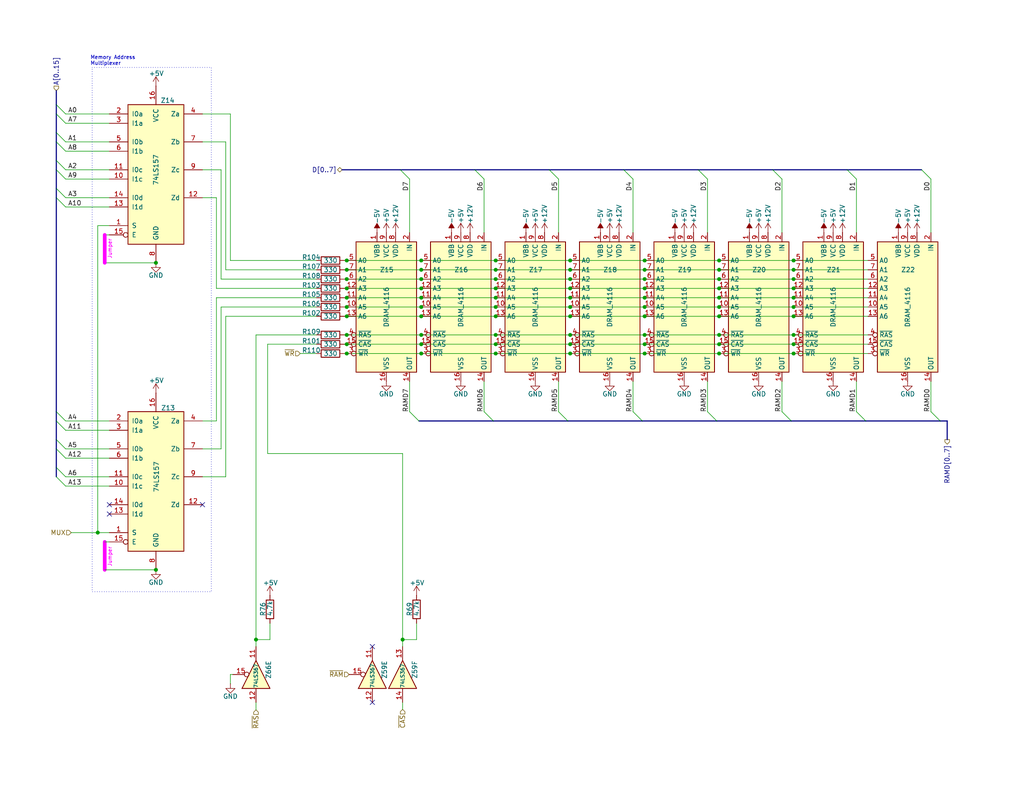
<source format=kicad_sch>
(kicad_sch (version 20250114) (generator "eeschema") (generator_version "9.0")
  (paper "USLetter")
  (title_block (title "TRS-80 Model I Rev HE11E011520") (date "2025-06-14") (rev "E1A") (company "RetroStack - Marcel Erz") (comment 2 "DRAM multiplexing & DRAM") (comment 4 "RAM"))
  (lib_symbols
    (symbol "74xx:74LS157" (pin_names (offset 1.016))
      (property "Reference" "U" (at -7.62 19.05 0))
      (property "Value" "74LS157" (at -7.62 -21.59 0))
      (symbol "74LS157_1_0"
        (pin input line (at -12.7 15.24 0) (length 5.08) (name "I0a") (number "2"))
        (pin input line (at -12.7 12.7 0) (length 5.08) (name "I1a") (number "3"))
        (pin input line (at -12.7 7.62 0) (length 5.08) (name "I0b") (number "5"))
        (pin input line (at -12.7 5.08 0) (length 5.08) (name "I1b") (number "6"))
        (pin input line (at -12.7 0 0) (length 5.08) (name "I0c") (number "11"))
        (pin input line (at -12.7 -2.54 0) (length 5.08) (name "I1c") (number "10"))
        (pin input line (at -12.7 -7.62 0) (length 5.08) (name "I0d") (number "14"))
        (pin input line (at -12.7 -10.16 0) (length 5.08) (name "I1d") (number "13"))
        (pin input line (at -12.7 -15.24 0) (length 5.08) (name "S") (number "1"))
        (pin input inverted (at -12.7 -17.78 0) (length 5.08) (name "E") (number "15"))
        (pin power_in line (at 0 22.86 270) (length 5.08) (name "VCC") (number "16"))
        (pin power_in line (at 0 -25.4 90) (length 5.08) (name "GND") (number "8"))
        (pin output line (at 12.7 15.24 180) (length 5.08) (name "Za") (number "4"))
        (pin output line (at 12.7 7.62 180) (length 5.08) (name "Zb") (number "7"))
        (pin output line (at 12.7 0 180) (length 5.08) (name "Zc") (number "9"))
        (pin output line (at 12.7 -7.62 180) (length 5.08) (name "Zd") (number "12"))
      )
      (symbol "74LS157_1_1"
        (rectangle (start -7.62 17.78) (end 7.62 -20.32) (stroke (width 0.254)) (fill (type background)))
      )
    )
    (symbol "Device:R" (pin_numbers (hide yes)) (pin_names (offset 0))
      (property "Reference" "R" (at 2.032 0 90))
      (property "Value" "R" (at 0 0 90))
      (symbol "R_0_1"
        (rectangle (start -1.016 -2.54) (end 1.016 2.54) (stroke (width 0.254)))
      )
      (symbol "R_1_1"
        (pin passive line (at 0 3.81 270) (length 1.27) (name "~") (number "1"))
        (pin passive line (at 0 -3.81 90) (length 1.27) (name "~") (number "2"))
      )
    )
    (symbol "RetroStackLibrary:74LS367_Split" (pin_names (offset 1.016))
      (property "Reference" "U" (at 0 1.27 0))
      (property "Value" "74LS367" (at 0 -1.27 0))
      (symbol "74LS367_Split_1_0"
        (polyline (pts (xy -3.81 3.81) (xy -3.81 -3.81) (xy 3.81 0) (xy -3.81 3.81)) (stroke (width 0.254)) (fill (type background)))
        (pin input line (at -7.62 0 0) (length 3.81) (name "~") (number "2"))
        (pin input inverted (at 0 6.35 270) (length 4.445) (name "~") (number "1"))
        (pin tri_state line (at 7.62 0 180) (length 3.81) (name "~") (number "3"))
      )
      (symbol "74LS367_Split_2_0"
        (polyline (pts (xy -3.81 3.81) (xy -3.81 -3.81) (xy 3.81 0) (xy -3.81 3.81)) (stroke (width 0.254)) (fill (type background)))
        (pin input line (at -7.62 0 0) (length 3.81) (name "~") (number "4"))
        (pin tri_state line (at 7.62 0 180) (length 3.81) (name "~") (number "5"))
      )
      (symbol "74LS367_Split_3_0"
        (polyline (pts (xy -3.81 3.81) (xy -3.81 -3.81) (xy 3.81 0) (xy -3.81 3.81)) (stroke (width 0.254)) (fill (type background)))
        (pin input line (at -7.62 0 0) (length 3.81) (name "~") (number "6"))
        (pin tri_state line (at 7.62 0 180) (length 3.81) (name "~") (number "7"))
      )
      (symbol "74LS367_Split_4_0"
        (polyline (pts (xy -3.81 3.81) (xy -3.81 -3.81) (xy 3.81 0) (xy -3.81 3.81)) (stroke (width 0.254)) (fill (type background)))
        (pin input line (at -7.62 0 0) (length 3.81) (name "~") (number "10"))
        (pin tri_state line (at 7.62 0 180) (length 3.81) (name "~") (number "9"))
      )
      (symbol "74LS367_Split_5_0"
        (polyline (pts (xy -3.175 -2.54) (xy -3.175 -10.16) (xy 4.445 -6.35) (xy -3.175 -2.54)) (stroke (width 0.254)) (fill (type background)))
        (pin input line (at -6.985 -6.35 0) (length 3.81) (name "~") (number "12"))
        (pin input inverted (at 0.635 0 270) (length 4.445) (name "~") (number "15"))
        (pin tri_state line (at 8.255 -6.35 180) (length 3.81) (name "~") (number "11"))
      )
      (symbol "74LS367_Split_6_0"
        (polyline (pts (xy -3.81 3.81) (xy -3.81 -3.81) (xy 3.81 0) (xy -3.81 3.81)) (stroke (width 0.254)) (fill (type background)))
        (pin input line (at -7.62 0 0) (length 3.81) (name "~") (number "14"))
        (pin tri_state line (at 7.62 0 180) (length 3.81) (name "~") (number "13"))
      )
      (symbol "74LS367_Split_7_0"
        (pin power_in line (at 0 1.905 270) (length 5.08) (name "VCC") (number "16"))
        (pin power_in line (at 0 -23.495 90) (length 5.08) (name "GND") (number "8"))
      )
      (symbol "74LS367_Split_7_1"
        (rectangle (start -5.08 -3.175) (end 5.08 -18.415) (stroke (width 0.254)) (fill (type background)))
      )
    )
    (symbol "RetroStackLibrary:DRAM_4116"
      (property "Reference" "U" (at 0 0 0))
      (property "Value" "DRAM_4116" (at 0 0 0))
      (symbol "DRAM_4116_1_1"
        (rectangle (start -8.255 -4.445) (end 8.255 -40.005) (stroke (width 0.254)) (fill (type background)))
        (pin input line (at -10.795 -9.525 0) (length 2.54) (name "A0") (number "5"))
        (pin input line (at -10.795 -12.065 0) (length 2.54) (name "A1") (number "7"))
        (pin input line (at -10.795 -14.605 0) (length 2.54) (name "A2") (number "6"))
        (pin input line (at -10.795 -17.145 0) (length 2.54) (name "A3") (number "12"))
        (pin input line (at -10.795 -19.685 0) (length 2.54) (name "A4") (number "11"))
        (pin input line (at -10.795 -22.225 0) (length 2.54) (name "A5") (number "10"))
        (pin input line (at -10.795 -24.765 0) (length 2.54) (name "A6") (number "13"))
        (pin input inverted (at -10.795 -29.845 0) (length 2.54) (name "~{RAS}") (number "4"))
        (pin input inverted (at -10.795 -32.385 0) (length 2.54) (name "~{CAS}") (number "15"))
        (pin input inverted (at -10.795 -34.925 0) (length 2.54) (name "~{WR}") (number "3"))
        (pin power_in line (at -2.54 -1.905 270) (length 2.54) (name "VBB") (number "1"))
        (pin power_in line (at 0 -1.905 270) (length 2.54) (name "VCC") (number "9"))
        (pin power_in line (at 0 -42.545 90) (length 2.54) (name "VSS") (number "16"))
        (pin power_in line (at 2.54 -1.905 270) (length 2.54) (name "VDD") (number "8"))
        (pin input line (at 6.35 -1.905 270) (length 2.54) (name "IN") (number "2"))
        (pin tri_state line (at 6.35 -42.545 90) (length 2.54) (name "OUT") (number "14"))
      )
    )
    (symbol "power:+12V" (power) (pin_numbers (hide yes)) (pin_names (offset 0) (hide yes))
      (property "Value" "+12V" (at 0 3.556 0))
      (symbol "+12V_0_1"
        (polyline (pts (xy -0.762 1.27) (xy 0 2.54)))
        (polyline (pts (xy 0 2.54) (xy 0.762 1.27)))
        (polyline (pts (xy 0 0) (xy 0 2.54)))
      )
      (symbol "+12V_1_1"
        (pin power_in line (at 0 0 90) (length 0) (name "~") (number "1"))
      )
    )
    (symbol "power:+5V" (power) (pin_numbers (hide yes)) (pin_names (offset 0) (hide yes))
      (property "Value" "+5V" (at 0 3.556 0))
      (symbol "+5V_0_1"
        (polyline (pts (xy -0.762 1.27) (xy 0 2.54)))
        (polyline (pts (xy 0 2.54) (xy 0.762 1.27)))
        (polyline (pts (xy 0 0) (xy 0 2.54)))
      )
      (symbol "+5V_1_1"
        (pin power_in line (at 0 0 90) (length 0) (name "~") (number "1"))
      )
    )
    (symbol "power:-5V" (power) (pin_numbers (hide yes)) (pin_names (offset 0) (hide yes))
      (property "Value" "-5V" (at 0 3.556 0))
      (symbol "-5V_0_0"
        (pin power_in line (at 0 0 90) (length 0) (name "~") (number "1"))
      )
      (symbol "-5V_0_1"
        (polyline (pts (xy 0 0) (xy 0 1.27) (xy 0.762 1.27) (xy 0 2.54) (xy -0.762 1.27) (xy 0 1.27)) (fill (type outline)))
      )
    )
    (symbol "power:GND" (power) (pin_numbers (hide yes)) (pin_names (offset 0) (hide yes))
      (property "Value" "GND" (at 0 -3.81 0))
      (symbol "GND_0_1"
        (polyline (pts (xy 0 0) (xy 0 -1.27) (xy 1.27 -1.27) (xy 0 -2.54) (xy -1.27 -1.27) (xy 0 -1.27)))
      )
      (symbol "GND_1_1"
        (pin power_in line (at 0 0 270) (length 0) (name "~") (number "1"))
      )
    )
  )
  (rectangle (start 25.146 18.415) (end 57.658 161.544) (stroke (width 0) (type dot)))
  (text "Memory Address\nMultiplexer" (at 24.638 18.034 0) (effects (font (size 1 1)) (justify left bottom)))
  (text "Jumper" (at 29.972 152.146 90) (effects (font (size 1 1))))
  (text "Jumper" (at 29.972 68.072 90) (effects (font (size 1 1))))
  (junction (at 94.615 76.2))
  (junction (at 26.67 145.415))
  (junction (at 196.215 96.52))
  (junction (at 196.215 93.98))
  (junction (at 109.855 174.625))
  (junction (at 196.215 71.12))
  (junction (at 196.215 73.66))
  (junction (at 216.535 86.36))
  (junction (at 135.255 91.44))
  (junction (at 216.535 81.28))
  (junction (at 69.85 174.625))
  (junction (at 216.535 71.12))
  (junction (at 155.575 93.98))
  (junction (at 94.615 73.66))
  (junction (at 175.895 83.82))
  (junction (at 196.215 78.74))
  (junction (at 175.895 73.66))
  (junction (at 94.615 93.98))
  (junction (at 94.615 81.28))
  (junction (at 42.545 155.575))
  (junction (at 135.255 93.98))
  (junction (at 155.575 78.74))
  (junction (at 94.615 71.12))
  (junction (at 196.215 76.2))
  (junction (at 114.935 81.28))
  (junction (at 135.255 83.82))
  (junction (at 135.255 73.66))
  (junction (at 196.215 81.28))
  (junction (at 135.255 81.28))
  (junction (at 196.215 83.82))
  (junction (at 135.255 71.12))
  (junction (at 94.615 91.44))
  (junction (at 135.255 86.36))
  (junction (at 155.575 96.52))
  (junction (at 114.935 83.82))
  (junction (at 175.895 91.44))
  (junction (at 155.575 81.28))
  (junction (at 175.895 86.36))
  (junction (at 216.535 91.44))
  (junction (at 175.895 71.12))
  (junction (at 114.935 91.44))
  (junction (at 42.545 71.755))
  (junction (at 155.575 91.44))
  (junction (at 216.535 83.82))
  (junction (at 196.215 86.36))
  (junction (at 175.895 96.52))
  (junction (at 216.535 78.74))
  (junction (at 135.255 96.52))
  (junction (at 155.575 86.36))
  (junction (at 216.535 96.52))
  (junction (at 216.535 73.66))
  (junction (at 114.935 73.66))
  (junction (at 216.535 76.2))
  (junction (at 94.615 78.74))
  (junction (at 175.895 81.28))
  (junction (at 175.895 78.74))
  (junction (at 114.935 96.52))
  (junction (at 216.535 93.98))
  (junction (at 155.575 73.66))
  (junction (at 94.615 86.36))
  (junction (at 155.575 71.12))
  (junction (at 114.935 93.98))
  (junction (at 114.935 76.2))
  (junction (at 175.895 76.2))
  (junction (at 135.255 76.2))
  (junction (at 155.575 76.2))
  (junction (at 94.615 83.82))
  (junction (at 114.935 71.12))
  (junction (at 175.895 93.98))
  (junction (at 196.215 91.44))
  (junction (at 114.935 78.74))
  (junction (at 114.935 86.36))
  (junction (at 94.615 96.52))
  (junction (at 155.575 83.82))
  (junction (at 135.255 78.74))
  (no_connect (at 29.845 137.795))
  (no_connect (at 55.245 137.795))
  (no_connect (at 101.6 191.77))
  (no_connect (at 101.6 176.53))
  (no_connect (at 29.845 140.335))
  (bus_entry (at 17.907 48.895) (size -2.54 -2.54))
  (bus_entry (at 233.68 112.395) (size 2.54 2.54))
  (bus_entry (at 111.76 48.895) (size -2.54 -2.54))
  (bus_entry (at 17.907 46.355) (size -2.54 -2.54))
  (bus_entry (at 17.907 122.555) (size -2.54 -2.54))
  (bus_entry (at 17.907 33.655) (size -2.54 -2.54))
  (bus_entry (at 17.907 53.975) (size -2.54 -2.54))
  (bus_entry (at 193.04 112.395) (size 2.54 2.54))
  (bus_entry (at 132.08 48.895) (size -2.54 -2.54))
  (bus_entry (at 213.36 48.895) (size -2.54 -2.54))
  (bus_entry (at 17.907 117.475) (size -2.54 -2.54))
  (bus_entry (at 17.907 56.515) (size -2.54 -2.54))
  (bus_entry (at 152.4 112.395) (size 2.54 2.54))
  (bus_entry (at 17.907 41.275) (size -2.54 -2.54))
  (bus_entry (at 17.907 125.095) (size -2.54 -2.54))
  (bus_entry (at 17.907 114.935) (size -2.54 -2.54))
  (bus_entry (at 233.68 48.895) (size -2.54 -2.54))
  (bus_entry (at 213.36 112.395) (size 2.54 2.54))
  (bus_entry (at 17.907 31.115) (size -2.54 -2.54))
  (bus_entry (at 17.907 38.735) (size -2.54 -2.54))
  (bus_entry (at 132.08 112.395) (size 2.54 2.54))
  (bus_entry (at 172.72 112.395) (size 2.54 2.54))
  (bus_entry (at 17.907 132.715) (size -2.54 -2.54))
  (bus_entry (at 254 112.395) (size 2.54 2.54))
  (bus_entry (at 111.76 112.395) (size 2.54 2.54))
  (bus_entry (at 17.907 130.175) (size -2.54 -2.54))
  (bus_entry (at 193.04 48.895) (size -2.54 -2.54))
  (bus_entry (at 254 48.895) (size -2.54 -2.54))
  (bus_entry (at 172.72 48.895) (size -2.54 -2.54))
  (bus_entry (at 152.4 48.895) (size -2.54 -2.54))
  (wire (pts (xy 135.255 71.12) (xy 155.575 71.12)))
  (wire (pts (xy 94.615 76.2) (xy 93.98 76.2)))
  (wire (pts (xy 216.535 81.28) (xy 236.855 81.28)))
  (bus (pts (xy 175.26 114.935) (xy 195.58 114.935)))
  (wire (pts (xy 94.615 81.28) (xy 114.935 81.28)))
  (wire (pts (xy 114.935 71.12) (xy 135.255 71.12)))
  (wire (pts (xy 61.595 38.735) (xy 61.595 73.66)))
  (wire (pts (xy 26.67 61.595) (xy 26.67 145.415)))
  (wire (pts (xy 193.04 48.895) (xy 193.04 63.5)))
  (bus (pts (xy 236.22 114.935) (xy 256.54 114.935)))
  (wire (pts (xy 193.04 104.14) (xy 193.04 112.395)))
  (wire (pts (xy 60.325 83.82) (xy 86.36 83.82)))
  (wire (pts (xy 55.245 31.115) (xy 62.865 31.115)))
  (wire (pts (xy 175.895 81.28) (xy 196.215 81.28)))
  (wire (pts (xy 213.36 104.14) (xy 213.36 112.395)))
  (wire (pts (xy 55.245 46.355) (xy 60.325 46.355)))
  (bus (pts (xy 231.14 46.355) (xy 251.46 46.355)))
  (wire (pts (xy 17.907 33.655) (xy 29.845 33.655)))
  (wire (pts (xy 114.935 83.82) (xy 135.255 83.82)))
  (wire (pts (xy 175.895 71.12) (xy 196.215 71.12)))
  (bus (pts (xy 114.3 114.935) (xy 134.62 114.935)))
  (wire (pts (xy 135.255 81.28) (xy 155.575 81.28)))
  (wire (pts (xy 17.907 117.475) (xy 29.845 117.475)))
  (wire (pts (xy 109.855 174.625) (xy 109.855 176.53)))
  (wire (pts (xy 196.215 91.44) (xy 216.535 91.44)))
  (wire (pts (xy 175.895 83.82) (xy 196.215 83.82)))
  (wire (pts (xy 26.67 145.415) (xy 29.845 145.415)))
  (wire (pts (xy 196.215 86.36) (xy 216.535 86.36)))
  (wire (pts (xy 61.595 73.66) (xy 86.36 73.66)))
  (wire (pts (xy 111.76 48.895) (xy 111.76 63.5)))
  (wire (pts (xy 114.935 93.98) (xy 135.255 93.98)))
  (wire (pts (xy 254 104.14) (xy 254 112.395)))
  (wire (pts (xy 17.907 56.515) (xy 29.845 56.515)))
  (bus (pts (xy 15.367 51.435) (xy 15.367 46.355)))
  (bus (pts (xy 215.9 114.935) (xy 236.22 114.935)))
  (wire (pts (xy 175.895 78.74) (xy 196.215 78.74)))
  (wire (pts (xy 69.85 174.625) (xy 69.85 176.53)))
  (wire (pts (xy 109.855 123.825) (xy 109.855 174.625)))
  (wire (pts (xy 81.915 96.52) (xy 86.36 96.52)))
  (bus (pts (xy 15.367 53.975) (xy 15.367 51.435)))
  (wire (pts (xy 93.98 73.66) (xy 94.615 73.66)))
  (wire (pts (xy 155.575 76.2) (xy 175.895 76.2)))
  (bus (pts (xy 258.445 114.935) (xy 258.445 120.015)))
  (wire (pts (xy 196.215 71.12) (xy 216.535 71.12)))
  (wire (pts (xy 59.055 114.935) (xy 55.245 114.935)))
  (wire (pts (xy 17.907 41.275) (xy 29.845 41.275)))
  (wire (pts (xy 28.575 64.135) (xy 29.845 64.135)))
  (bus (pts (xy 15.367 114.935) (xy 15.367 112.395)))
  (bus (pts (xy 15.367 112.395) (xy 15.367 53.975)))
  (wire (pts (xy 60.325 46.355) (xy 60.325 76.2)))
  (wire (pts (xy 73.025 123.825) (xy 109.855 123.825)))
  (wire (pts (xy 216.535 73.66) (xy 236.855 73.66)))
  (wire (pts (xy 62.865 31.115) (xy 62.865 71.12)))
  (wire (pts (xy 152.4 104.14) (xy 152.4 112.395)))
  (wire (pts (xy 17.907 38.735) (xy 29.845 38.735)))
  (wire (pts (xy 94.615 83.82) (xy 114.935 83.82)))
  (bus (pts (xy 15.367 122.555) (xy 15.367 127.635)))
  (wire (pts (xy 175.895 86.36) (xy 196.215 86.36)))
  (wire (pts (xy 233.68 104.14) (xy 233.68 112.395)))
  (wire (pts (xy 17.907 53.975) (xy 29.845 53.975)))
  (wire (pts (xy 135.255 96.52) (xy 155.575 96.52)))
  (wire (pts (xy 172.72 104.14) (xy 172.72 112.395)))
  (bus (pts (xy 15.367 38.735) (xy 15.367 36.195)))
  (wire (pts (xy 196.215 81.28) (xy 216.535 81.28)))
  (wire (pts (xy 19.431 145.415) (xy 26.67 145.415)))
  (wire (pts (xy 155.575 78.74) (xy 175.895 78.74)))
  (wire (pts (xy 94.615 76.2) (xy 114.935 76.2)))
  (wire (pts (xy 28.575 155.575) (xy 42.545 155.575)))
  (wire (pts (xy 94.615 91.44) (xy 114.935 91.44)))
  (wire (pts (xy 17.907 122.555) (xy 29.845 122.555)))
  (wire (pts (xy 155.575 83.82) (xy 175.895 83.82)))
  (wire (pts (xy 155.575 86.36) (xy 175.895 86.36)))
  (wire (pts (xy 17.907 48.895) (xy 29.845 48.895)))
  (bus (pts (xy 15.367 130.175) (xy 15.367 127.635)))
  (wire (pts (xy 94.615 83.82) (xy 93.98 83.82)))
  (wire (pts (xy 93.98 96.52) (xy 94.615 96.52)))
  (wire (pts (xy 17.907 31.115) (xy 29.845 31.115)))
  (wire (pts (xy 59.055 53.975) (xy 59.055 78.74)))
  (wire (pts (xy 114.935 73.66) (xy 135.255 73.66)))
  (wire (pts (xy 135.255 91.44) (xy 155.575 91.44)))
  (wire (pts (xy 73.025 93.98) (xy 86.36 93.98)))
  (wire (pts (xy 111.76 104.14) (xy 111.76 112.395)))
  (wire (pts (xy 175.895 76.2) (xy 196.215 76.2)))
  (wire (pts (xy 62.865 184.15) (xy 63.5 184.15)))
  (wire (pts (xy 155.575 93.98) (xy 175.895 93.98)))
  (wire (pts (xy 114.935 81.28) (xy 135.255 81.28)))
  (wire (pts (xy 196.215 93.98) (xy 216.535 93.98)))
  (bus (pts (xy 170.18 46.355) (xy 190.5 46.355)))
  (bus (pts (xy 15.367 122.555) (xy 15.367 120.015)))
  (wire (pts (xy 28.575 147.955) (xy 29.845 147.955)))
  (wire (pts (xy 55.245 130.175) (xy 61.595 130.175)))
  (wire (pts (xy 94.615 86.36) (xy 114.935 86.36)))
  (wire (pts (xy 94.615 93.98) (xy 93.98 93.98)))
  (wire (pts (xy 114.935 76.2) (xy 135.255 76.2)))
  (wire (pts (xy 152.4 48.895) (xy 152.4 63.5)))
  (wire (pts (xy 17.907 125.095) (xy 29.845 125.095)))
  (bus (pts (xy 15.367 38.735) (xy 15.367 43.815)))
  (wire (pts (xy 109.855 174.625) (xy 113.665 174.625)))
  (wire (pts (xy 216.535 83.82) (xy 236.855 83.82)))
  (wire (pts (xy 216.535 76.2) (xy 236.855 76.2)))
  (wire (pts (xy 175.895 93.98) (xy 196.215 93.98)))
  (wire (pts (xy 155.575 91.44) (xy 175.895 91.44)))
  (bus (pts (xy 195.58 114.935) (xy 215.9 114.935)))
  (wire (pts (xy 59.055 78.74) (xy 86.36 78.74)))
  (wire (pts (xy 135.255 76.2) (xy 155.575 76.2)))
  (wire (pts (xy 114.935 86.36) (xy 135.255 86.36)))
  (wire (pts (xy 17.907 46.355) (xy 29.845 46.355)))
  (wire (pts (xy 196.215 76.2) (xy 216.535 76.2)))
  (wire (pts (xy 113.665 170.18) (xy 113.665 174.625)))
  (wire (pts (xy 94.615 78.74) (xy 114.935 78.74)))
  (wire (pts (xy 132.08 104.14) (xy 132.08 112.395)))
  (wire (pts (xy 28.575 71.755) (xy 42.545 71.755)))
  (wire (pts (xy 254 48.895) (xy 254 63.5)))
  (wire (pts (xy 55.245 122.555) (xy 60.325 122.555)))
  (wire (pts (xy 132.08 48.895) (xy 132.08 63.5)))
  (wire (pts (xy 135.255 86.36) (xy 155.575 86.36)))
  (wire (pts (xy 155.575 71.12) (xy 175.895 71.12)))
  (wire (pts (xy 69.85 91.44) (xy 86.36 91.44)))
  (bus (pts (xy 15.367 46.355) (xy 15.367 43.815)))
  (bus (pts (xy 109.22 46.355) (xy 129.54 46.355)))
  (wire (pts (xy 155.575 81.28) (xy 175.895 81.28)))
  (bus (pts (xy 210.82 46.355) (xy 231.14 46.355)))
  (bus (pts (xy 149.86 46.355) (xy 170.18 46.355)))
  (wire (pts (xy 216.535 86.36) (xy 236.855 86.36)))
  (wire (pts (xy 93.98 71.12) (xy 94.615 71.12)))
  (wire (pts (xy 17.907 132.715) (xy 29.845 132.715)))
  (wire (pts (xy 196.215 73.66) (xy 216.535 73.66)))
  (wire (pts (xy 59.055 53.975) (xy 55.245 53.975)))
  (wire (pts (xy 196.215 83.82) (xy 216.535 83.82)))
  (wire (pts (xy 135.255 78.74) (xy 155.575 78.74)))
  (wire (pts (xy 62.865 71.12) (xy 86.36 71.12)))
  (wire (pts (xy 28.575 64.135) (xy 28.575 71.755)) (stroke (width 1) (color 255 0 255 1)))
  (wire (pts (xy 155.575 96.52) (xy 175.895 96.52)))
  (bus (pts (xy 15.367 36.195) (xy 15.367 31.115)))
  (wire (pts (xy 59.055 81.28) (xy 86.36 81.28)))
  (wire (pts (xy 93.98 86.36) (xy 94.615 86.36)))
  (bus (pts (xy 129.54 46.355) (xy 149.86 46.355)))
  (wire (pts (xy 135.255 83.82) (xy 155.575 83.82)))
  (wire (pts (xy 94.615 71.12) (xy 114.935 71.12)))
  (wire (pts (xy 60.325 76.2) (xy 86.36 76.2)))
  (wire (pts (xy 73.66 170.18) (xy 73.66 174.625)))
  (wire (pts (xy 94.615 93.98) (xy 114.935 93.98)))
  (wire (pts (xy 196.215 96.52) (xy 216.535 96.52)))
  (wire (pts (xy 59.055 114.935) (xy 59.055 81.28)))
  (wire (pts (xy 94.615 73.66) (xy 114.935 73.66)))
  (wire (pts (xy 29.845 61.595) (xy 26.67 61.595)))
  (wire (pts (xy 61.595 86.36) (xy 86.36 86.36)))
  (wire (pts (xy 175.895 96.52) (xy 196.215 96.52)))
  (wire (pts (xy 61.595 86.36) (xy 61.595 130.175)))
  (wire (pts (xy 69.85 174.625) (xy 73.66 174.625)))
  (wire (pts (xy 114.935 91.44) (xy 135.255 91.44)))
  (wire (pts (xy 216.535 91.44) (xy 236.855 91.44)))
  (bus (pts (xy 154.94 114.935) (xy 175.26 114.935)))
  (wire (pts (xy 94.615 96.52) (xy 114.935 96.52)))
  (wire (pts (xy 213.36 48.895) (xy 213.36 63.5)))
  (wire (pts (xy 216.535 78.74) (xy 236.855 78.74)))
  (wire (pts (xy 172.72 48.895) (xy 172.72 63.5)))
  (wire (pts (xy 175.895 73.66) (xy 196.215 73.66)))
  (wire (pts (xy 135.255 93.98) (xy 155.575 93.98)))
  (wire (pts (xy 94.615 78.74) (xy 93.98 78.74)))
  (bus (pts (xy 15.367 28.575) (xy 15.367 24.765)))
  (wire (pts (xy 69.85 193.802) (xy 69.85 191.77)))
  (wire (pts (xy 28.575 147.955) (xy 28.575 155.575)) (stroke (width 1) (color 255 0 255 1)))
  (wire (pts (xy 216.535 96.52) (xy 236.855 96.52)))
  (wire (pts (xy 109.855 193.675) (xy 109.855 191.77)))
  (wire (pts (xy 93.98 91.44) (xy 94.615 91.44)))
  (bus (pts (xy 15.367 31.115) (xy 15.367 28.575)))
  (bus (pts (xy 93.345 46.355) (xy 109.22 46.355)))
  (wire (pts (xy 135.255 73.66) (xy 155.575 73.66)))
  (wire (pts (xy 196.215 78.74) (xy 216.535 78.74)))
  (wire (pts (xy 62.865 186.69) (xy 62.865 184.15)))
  (wire (pts (xy 55.245 38.735) (xy 61.595 38.735)))
  (wire (pts (xy 175.895 91.44) (xy 196.215 91.44)))
  (wire (pts (xy 17.907 114.935) (xy 29.845 114.935)))
  (wire (pts (xy 114.935 78.74) (xy 135.255 78.74)))
  (wire (pts (xy 94.615 81.28) (xy 93.98 81.28)))
  (wire (pts (xy 155.575 73.66) (xy 175.895 73.66)))
  (wire (pts (xy 60.325 122.555) (xy 60.325 83.82)))
  (wire (pts (xy 216.535 93.98) (xy 236.855 93.98)))
  (bus (pts (xy 256.54 114.935) (xy 258.445 114.935)))
  (wire (pts (xy 216.535 71.12) (xy 236.855 71.12)))
  (bus (pts (xy 15.367 114.935) (xy 15.367 120.015)))
  (wire (pts (xy 114.935 96.52) (xy 135.255 96.52)))
  (wire (pts (xy 233.68 48.895) (xy 233.68 63.5)))
  (bus (pts (xy 190.5 46.355) (xy 210.82 46.355)))
  (wire (pts (xy 17.907 130.175) (xy 29.845 130.175)))
  (bus (pts (xy 134.62 114.935) (xy 154.94 114.935)))
  (wire (pts (xy 73.025 93.98) (xy 73.025 123.825)))
  (wire (pts (xy 69.85 91.44) (xy 69.85 174.625)))
  (label "A1" (at 18.542 38.735 0))
  (label "D2" (at 213.36 49.53 270))
  (label "A11" (at 18.542 117.475 0))
  (label "A8" (at 18.542 41.275 0))
  (label "A6" (at 18.542 130.175 0))
  (label "A12" (at 18.542 125.095 0))
  (label "RAMD7" (at 111.76 106.045 270))
  (label "RAMD6" (at 132.08 106.045 270))
  (label "A10" (at 18.542 56.515 0))
  (label "A0" (at 18.542 31.115 0))
  (label "A7" (at 18.542 33.655 0))
  (label "RAMD3" (at 193.04 106.045 270))
  (label "D3" (at 193.04 49.53 270))
  (label "D0" (at 254 49.53 270))
  (label "RAMD4" (at 172.72 106.045 270))
  (label "D5" (at 152.4 49.53 270))
  (label "RAMD1" (at 233.68 106.045 270))
  (label "A13" (at 18.542 132.715 0))
  (label "D4" (at 172.72 49.53 270))
  (label "A4" (at 18.542 114.935 0))
  (label "D6" (at 132.08 49.53 270))
  (label "A3" (at 18.542 53.975 0))
  (label "RAMD0" (at 254 106.045 270))
  (label "A9" (at 18.542 48.895 0))
  (label "A5" (at 18.542 122.555 0))
  (label "A2" (at 18.542 46.355 0))
  (label "D7" (at 111.76 49.53 270))
  (label "RAMD2" (at 213.36 106.045 270))
  (label "RAMD5" (at 152.4 106.045 270))
  (label "D1" (at 233.68 49.53 270))
  (hierarchical_label "~{WR}" (shape input) (at 81.915 96.52 180))
  (hierarchical_label "A[0..15]" (shape input) (at 15.367 24.765 90))
  (hierarchical_label "~{CAS}" (shape input) (at 109.855 193.675 270))
  (hierarchical_label "~{RAS}" (shape input) (at 69.85 193.802 270))
  (hierarchical_label "D[0..7]" (shape bidirectional) (at 93.345 46.355 180))
  (hierarchical_label "~{RAM}" (shape input) (at 95.25 184.15 180))
  (hierarchical_label "RAMD[0..7]" (shape output) (at 258.445 120.015 270))
  (hierarchical_label "MUX" (shape input) (at 19.431 145.415 180))
  (symbol (lib_id "power:-5V") (at 224.79 63.5 0) (unit 1)
    (property "Reference" "#PWR0160" (effects (hide yes)))
    (property "Value" "-5V" (at 224.79 59.055 90))
    (property "Description" "Power symbol creates a global label with name \"-5V\"" (effects (hide yes)))
  )
  (symbol (lib_id "power:GND") (at 125.73 104.14 0) (unit 1)
    (property "Reference" "#PWR0140" (effects (hide yes)))
    (property "Value" "GND" (at 125.73 107.569 0))
    (property "Description" "Power symbol creates a global label with name \"GND\" , ground" (effects (hide yes)))
  )
  (symbol (lib_id "power:+12V") (at 250.19 63.5 0) (unit 1)
    (property "Reference" "#PWR0165" (effects (hide yes)))
    (property "Value" "+12V" (at 250.19 58.42 90))
    (property "Description" "Power symbol creates a global label with name \"+12V\"" (effects (hide yes)))
  )
  (symbol (lib_id "power:GND") (at 146.05 104.14 0) (unit 1)
    (property "Reference" "#PWR0142" (effects (hide yes)))
    (property "Value" "GND" (at 146.05 107.569 0))
    (property "Description" "Power symbol creates a global label with name \"GND\" , ground" (effects (hide yes)))
  )
  (symbol (lib_id "power:+5V") (at 186.69 63.5 0) (unit 1)
    (property "Reference" "#PWR0104" (effects (hide yes)))
    (property "Value" "+5V" (at 186.69 58.928 90))
    (property "Description" "Power symbol creates a global label with name \"+5V\"" (effects (hide yes)))
  )
  (symbol (lib_id "power:-5V") (at 245.11 63.5 0) (unit 1)
    (property "Reference" "#PWR0163" (effects (hide yes)))
    (property "Value" "-5V" (at 245.11 59.055 90))
    (property "Description" "Power symbol creates a global label with name \"-5V\"" (effects (hide yes)))
  )
  (symbol (lib_id "power:+5V") (at 105.41 63.5 0) (unit 1)
    (property "Reference" "#PWR039" (effects (hide yes)))
    (property "Value" "+5V" (at 105.41 58.928 90))
    (property "Description" "Power symbol creates a global label with name \"+5V\"" (effects (hide yes)))
  )
  (symbol (lib_id "power:GND") (at 166.37 104.14 0) (unit 1)
    (property "Reference" "#PWR0144" (effects (hide yes)))
    (property "Value" "GND" (at 166.37 107.569 0))
    (property "Description" "Power symbol creates a global label with name \"GND\" , ground" (effects (hide yes)))
  )
  (symbol (lib_id "RetroStackLibrary:DRAM_4116") (at 105.41 61.595 0) (unit 1)
    (property "Reference" "Z15" (at 105.537 73.66 0))
    (property "Value" "DRAM_4116" (at 105.41 83.82 90))
    (property "Footprint" "Library:TRS80_Model_I_DIP16_Jap" (effects (hide yes)))
    (property "Datasheet" "https://wiki.console5.com/tw/images/8/85/MK4116.pdf" (effects (hide yes)))
    (property "Description" "16kBit x 1 Bit Dynamic RAM" (effects (hide yes)))
  )
  (symbol (lib_id "power:+5V") (at 42.545 107.315 0) (unit 1)
    (property "Reference" "#PWR029" (effects (hide yes)))
    (property "Value" "+5V" (at 42.672 103.886 0))
    (property "Description" "Power symbol creates a global label with name \"+5V\"" (effects (hide yes)))
  )
  (symbol (lib_id "Device:R") (at 90.17 93.98 270) (unit 1)
    (property "Reference" "R101" (at 87.503 93.091 90) (effects (justify right)))
    (property "Value" "330" (at 88.265 93.98 90) (effects (justify left)))
    (property "Footprint" "Library:TRS80_Model_I_R_0.25W_Jap" (effects (hide yes)))
  )
  (symbol (lib_id "Device:R") (at 113.665 166.37 0) (unit 1)
    (property "Reference" "R69" (at 111.76 168.275 90) (effects (justify left)))
    (property "Value" "4.7k" (at 113.665 168.275 90) (effects (justify left)))
    (property "Footprint" "Library:TRS80_Model_I_R_0.25W_Jap" (effects (hide yes)))
  )
  (symbol (lib_id "Device:R") (at 90.17 78.74 270) (unit 1)
    (property "Reference" "R103" (at 87.503 77.851 90) (effects (justify right)))
    (property "Value" "330" (at 88.265 78.74 90) (effects (justify left)))
    (property "Footprint" "Library:TRS80_Model_I_R_0.25W_Jap" (effects (hide yes)))
  )
  (symbol (lib_id "RetroStackLibrary:DRAM_4116") (at 247.65 61.595 0) (unit 1)
    (property "Reference" "Z22" (at 247.777 73.66 0))
    (property "Value" "DRAM_4116" (at 247.65 83.82 90))
    (property "Footprint" "Library:TRS80_Model_I_DIP16_Jap" (effects (hide yes)))
    (property "Datasheet" "https://wiki.console5.com/tw/images/8/85/MK4116.pdf" (effects (hide yes)))
    (property "Description" "16kBit x 1 Bit Dynamic RAM" (effects (hide yes)))
  )
  (symbol (lib_id "Device:R") (at 90.17 91.44 270) (unit 1)
    (property "Reference" "R109" (at 87.503 90.551 90) (effects (justify right)))
    (property "Value" "330" (at 88.265 91.44 90) (effects (justify left)))
    (property "Footprint" "Library:TRS80_Model_I_R_0.25W_Jap" (effects (hide yes)))
  )
  (symbol (lib_id "RetroStackLibrary:74LS367_Split") (at 63.5 184.785 90) (unit 5)
    (property "Reference" "Z66" (at 73.279 180.34 0) (effects (justify right)))
    (property "Value" "74LS367" (at 69.85 184.531 0) (effects (font (size 1 1))))
    (property "Footprint" "Library:TRS80_Model_I_DIP16_Jap" (effects (hide yes)))
    (property "Datasheet" "https://www.ti.com/lit/ds/symlink/sn74ls367a.pdf" (effects (hide yes)))
    (property "Description" "Hex buffer 3-State outputs" (effects (hide yes)))
  )
  (symbol (lib_id "RetroStackLibrary:DRAM_4116") (at 125.73 61.595 0) (unit 1)
    (property "Reference" "Z16" (at 125.857 73.66 0))
    (property "Value" "DRAM_4116" (at 125.73 83.82 90))
    (property "Footprint" "Library:TRS80_Model_I_DIP16_Jap" (effects (hide yes)))
    (property "Datasheet" "https://wiki.console5.com/tw/images/8/85/MK4116.pdf" (effects (hide yes)))
    (property "Description" "16kBit x 1 Bit Dynamic RAM" (effects (hide yes)))
  )
  (symbol (lib_id "Device:R") (at 90.17 83.82 270) (unit 1)
    (property "Reference" "R106" (at 87.503 82.931 90) (effects (justify right)))
    (property "Value" "330" (at 88.265 83.82 90) (effects (justify left)))
    (property "Footprint" "Library:TRS80_Model_I_R_0.25W_Jap" (effects (hide yes)))
  )
  (symbol (lib_id "power:GND") (at 42.545 71.755 0) (unit 1)
    (property "Reference" "#PWR0164" (effects (hide yes)))
    (property "Value" "GND" (at 42.545 75.184 0))
    (property "Description" "Power symbol creates a global label with name \"GND\" , ground" (effects (hide yes)))
  )
  (symbol (lib_id "Device:R") (at 90.17 96.52 270) (unit 1)
    (property "Reference" "R110" (at 87.503 95.631 90) (effects (justify right)))
    (property "Value" "330" (at 88.265 96.52 90) (effects (justify left)))
    (property "Footprint" "Library:TRS80_Model_I_R_0.25W_Jap" (effects (hide yes)))
  )
  (symbol (lib_id "power:GND") (at 62.865 186.69 0) (unit 1)
    (property "Reference" "#PWR035" (effects (hide yes)))
    (property "Value" "GND" (at 62.865 190.119 0))
    (property "Description" "Power symbol creates a global label with name \"GND\" , ground" (effects (hide yes)))
  )
  (symbol (lib_id "RetroStackLibrary:DRAM_4116") (at 207.01 61.595 0) (unit 1)
    (property "Reference" "Z20" (at 207.137 73.66 0))
    (property "Value" "DRAM_4116" (at 207.01 83.82 90))
    (property "Footprint" "Library:TRS80_Model_I_DIP16_Jap" (effects (hide yes)))
    (property "Datasheet" "https://wiki.console5.com/tw/images/8/85/MK4116.pdf" (effects (hide yes)))
    (property "Description" "16kBit x 1 Bit Dynamic RAM" (effects (hide yes)))
  )
  (symbol (lib_id "RetroStackLibrary:DRAM_4116") (at 166.37 61.595 0) (unit 1)
    (property "Reference" "Z18" (at 166.497 73.66 0))
    (property "Value" "DRAM_4116" (at 166.37 83.82 90))
    (property "Footprint" "Library:TRS80_Model_I_DIP16_Jap" (effects (hide yes)))
    (property "Datasheet" "https://wiki.console5.com/tw/images/8/85/MK4116.pdf" (effects (hide yes)))
    (property "Description" "16kBit x 1 Bit Dynamic RAM" (effects (hide yes)))
  )
  (symbol (lib_id "power:+5V") (at 247.65 63.5 0) (unit 1)
    (property "Reference" "#PWR0110" (effects (hide yes)))
    (property "Value" "+5V" (at 247.65 58.928 90))
    (property "Description" "Power symbol creates a global label with name \"+5V\"" (effects (hide yes)))
  )
  (symbol (lib_id "RetroStackLibrary:DRAM_4116") (at 146.05 61.595 0) (unit 1)
    (property "Reference" "Z17" (at 146.177 73.66 0))
    (property "Value" "DRAM_4116" (at 146.05 83.82 90))
    (property "Footprint" "Library:TRS80_Model_I_DIP16_Jap" (effects (hide yes)))
    (property "Datasheet" "https://wiki.console5.com/tw/images/8/85/MK4116.pdf" (effects (hide yes)))
    (property "Description" "16kBit x 1 Bit Dynamic RAM" (effects (hide yes)))
  )
  (symbol (lib_id "power:GND") (at 42.545 155.575 0) (unit 1)
    (property "Reference" "#PWR0161" (effects (hide yes)))
    (property "Value" "GND" (at 42.545 159.004 0))
    (property "Description" "Power symbol creates a global label with name \"GND\" , ground" (effects (hide yes)))
  )
  (symbol (lib_id "power:-5V") (at 102.87 63.5 0) (unit 1)
    (property "Reference" "#PWR0141" (effects (hide yes)))
    (property "Value" "-5V" (at 102.87 59.055 90))
    (property "Description" "Power symbol creates a global label with name \"-5V\"" (effects (hide yes)))
  )
  (symbol (lib_id "Device:R") (at 90.17 73.66 270) (unit 1)
    (property "Reference" "R107" (at 87.503 72.771 90) (effects (justify right)))
    (property "Value" "330" (at 88.265 73.66 90) (effects (justify left)))
    (property "Footprint" "Library:TRS80_Model_I_R_0.25W_Jap" (effects (hide yes)))
  )
  (symbol (lib_id "power:+12V") (at 189.23 63.5 0) (unit 1)
    (property "Reference" "#PWR0156" (effects (hide yes)))
    (property "Value" "+12V" (at 189.23 58.42 90))
    (property "Description" "Power symbol creates a global label with name \"+12V\"" (effects (hide yes)))
  )
  (symbol (lib_id "power:-5V") (at 143.51 63.5 0) (unit 1)
    (property "Reference" "#PWR0148" (effects (hide yes)))
    (property "Value" "-5V" (at 143.51 59.055 90))
    (property "Description" "Power symbol creates a global label with name \"-5V\"" (effects (hide yes)))
  )
  (symbol (lib_id "power:GND") (at 186.69 104.14 0) (unit 1)
    (property "Reference" "#PWR0146" (effects (hide yes)))
    (property "Value" "GND" (at 186.69 107.569 0))
    (property "Description" "Power symbol creates a global label with name \"GND\" , ground" (effects (hide yes)))
  )
  (symbol (lib_id "Device:R") (at 90.17 86.36 270) (unit 1)
    (property "Reference" "R102" (at 87.503 85.471 90) (effects (justify right)))
    (property "Value" "330" (at 88.265 86.36 90) (effects (justify left)))
    (property "Footprint" "Library:TRS80_Model_I_R_0.25W_Jap" (effects (hide yes)))
  )
  (symbol (lib_id "power:+5V") (at 166.37 63.5 0) (unit 1)
    (property "Reference" "#PWR099" (effects (hide yes)))
    (property "Value" "+5V" (at 166.37 58.928 90))
    (property "Description" "Power symbol creates a global label with name \"+5V\"" (effects (hide yes)))
  )
  (symbol (lib_id "power:GND") (at 105.41 104.14 0) (unit 1)
    (property "Reference" "#PWR0119" (effects (hide yes)))
    (property "Value" "GND" (at 105.41 107.569 0))
    (property "Description" "Power symbol creates a global label with name \"GND\" , ground" (effects (hide yes)))
  )
  (symbol (lib_id "power:+12V") (at 148.59 63.5 0) (unit 1)
    (property "Reference" "#PWR0150" (effects (hide yes)))
    (property "Value" "+12V" (at 148.59 58.42 90))
    (property "Description" "Power symbol creates a global label with name \"+12V\"" (effects (hide yes)))
  )
  (symbol (lib_id "power:+12V") (at 229.87 63.5 0) (unit 1)
    (property "Reference" "#PWR0162" (effects (hide yes)))
    (property "Value" "+12V" (at 229.87 58.42 90))
    (property "Description" "Power symbol creates a global label with name \"+12V\"" (effects (hide yes)))
  )
  (symbol (lib_id "power:+5V") (at 125.73 63.5 0) (unit 1)
    (property "Reference" "#PWR021" (effects (hide yes)))
    (property "Value" "+5V" (at 125.73 58.928 90))
    (property "Description" "Power symbol creates a global label with name \"+5V\"" (effects (hide yes)))
  )
  (symbol (lib_id "power:GND") (at 247.65 104.14 0) (unit 1)
    (property "Reference" "#PWR0155" (effects (hide yes)))
    (property "Value" "GND" (at 247.65 107.569 0))
    (property "Description" "Power symbol creates a global label with name \"GND\" , ground" (effects (hide yes)))
  )
  (symbol (lib_id "Device:R") (at 90.17 76.2 270) (unit 1)
    (property "Reference" "R108" (at 87.503 75.311 90) (effects (justify right)))
    (property "Value" "330" (at 88.265 76.2 90) (effects (justify left)))
    (property "Footprint" "Library:TRS80_Model_I_R_0.25W_Jap" (effects (hide yes)))
  )
  (symbol (lib_id "power:-5V") (at 163.83 63.5 0) (unit 1)
    (property "Reference" "#PWR0151" (effects (hide yes)))
    (property "Value" "-5V" (at 163.83 59.055 90))
    (property "Description" "Power symbol creates a global label with name \"-5V\"" (effects (hide yes)))
  )
  (symbol (lib_id "power:+5V") (at 42.545 23.495 0) (unit 1)
    (property "Reference" "#PWR028" (effects (hide yes)))
    (property "Value" "+5V" (at 42.672 20.066 0))
    (property "Description" "Power symbol creates a global label with name \"+5V\"" (effects (hide yes)))
  )
  (symbol (lib_id "power:+5V") (at 227.33 63.5 0) (unit 1)
    (property "Reference" "#PWR0107" (effects (hide yes)))
    (property "Value" "+5V" (at 227.33 58.928 90))
    (property "Description" "Power symbol creates a global label with name \"+5V\"" (effects (hide yes)))
  )
  (symbol (lib_id "RetroStackLibrary:DRAM_4116") (at 227.33 61.595 0) (unit 1)
    (property "Reference" "Z21" (at 227.457 73.66 0))
    (property "Value" "DRAM_4116" (at 227.33 83.82 90))
    (property "Footprint" "Library:TRS80_Model_I_DIP16_Jap" (effects (hide yes)))
    (property "Datasheet" "https://wiki.console5.com/tw/images/8/85/MK4116.pdf" (effects (hide yes)))
    (property "Description" "16kBit x 1 Bit Dynamic RAM" (effects (hide yes)))
  )
  (symbol (lib_id "RetroStackLibrary:74LS367_Split") (at 109.855 184.15 90) (unit 6)
    (property "Reference" "Z59" (at 113.157 180.34 0) (effects (justify right)))
    (property "Value" "74LS367" (at 109.855 184.531 0) (effects (font (size 1 1))))
    (property "Footprint" "Library:TRS80_Model_I_DIP16_Jap" (effects (hide yes)))
    (property "Datasheet" "https://www.ti.com/lit/ds/symlink/sn74ls367a.pdf" (effects (hide yes)))
    (property "Description" "Hex buffer 3-State outputs" (effects (hide yes)))
  )
  (symbol (lib_id "power:+5V") (at 146.05 63.5 0) (unit 1)
    (property "Reference" "#PWR089" (effects (hide yes)))
    (property "Value" "+5V" (at 146.05 58.928 90))
    (property "Description" "Power symbol creates a global label with name \"+5V\"" (effects (hide yes)))
  )
  (symbol (lib_id "Device:R") (at 90.17 71.12 270) (unit 1)
    (property "Reference" "R104" (at 87.503 70.231 90) (effects (justify right)))
    (property "Value" "330" (at 88.265 71.12 90) (effects (justify left)))
    (property "Footprint" "Library:TRS80_Model_I_R_0.25W_Jap" (effects (hide yes)))
  )
  (symbol (lib_id "power:-5V") (at 204.47 63.5 0) (unit 1)
    (property "Reference" "#PWR0157" (effects (hide yes)))
    (property "Value" "-5V" (at 204.47 59.055 90))
    (property "Description" "Power symbol creates a global label with name \"-5V\"" (effects (hide yes)))
  )
  (symbol (lib_id "power:GND") (at 227.33 104.14 0) (unit 1)
    (property "Reference" "#PWR0152" (effects (hide yes)))
    (property "Value" "GND" (at 227.33 107.569 0))
    (property "Description" "Power symbol creates a global label with name \"GND\" , ground" (effects (hide yes)))
  )
  (symbol (lib_id "power:+12V") (at 209.55 63.5 0) (unit 1)
    (property "Reference" "#PWR0159" (effects (hide yes)))
    (property "Value" "+12V" (at 209.55 58.42 90))
    (property "Description" "Power symbol creates a global label with name \"+12V\"" (effects (hide yes)))
  )
  (symbol (lib_id "power:+12V") (at 168.91 63.5 0) (unit 1)
    (property "Reference" "#PWR0153" (effects (hide yes)))
    (property "Value" "+12V" (at 168.91 58.42 90))
    (property "Description" "Power symbol creates a global label with name \"+12V\"" (effects (hide yes)))
  )
  (symbol (lib_id "power:+12V") (at 128.27 63.5 0) (unit 1)
    (property "Reference" "#PWR0147" (effects (hide yes)))
    (property "Value" "+12V" (at 128.27 58.42 90))
    (property "Description" "Power symbol creates a global label with name \"+12V\"" (effects (hide yes)))
  )
  (symbol (lib_id "power:+5V") (at 73.66 162.56 0) (unit 1)
    (property "Reference" "#PWR034" (effects (hide yes)))
    (property "Value" "+5V" (at 73.787 159.131 0))
    (property "Description" "Power symbol creates a global label with name \"+5V\"" (effects (hide yes)))
  )
  (symbol (lib_id "Device:R") (at 90.17 81.28 270) (unit 1)
    (property "Reference" "R105" (at 87.503 80.391 90) (effects (justify right)))
    (property "Value" "330" (at 88.265 81.28 90) (effects (justify left)))
    (property "Footprint" "Library:TRS80_Model_I_R_0.25W_Jap" (effects (hide yes)))
  )
  (symbol (lib_id "power:+5V") (at 207.01 63.5 0) (unit 1)
    (property "Reference" "#PWR0105" (effects (hide yes)))
    (property "Value" "+5V" (at 207.01 58.928 90))
    (property "Description" "Power symbol creates a global label with name \"+5V\"" (effects (hide yes)))
  )
  (symbol (lib_id "Device:R") (at 73.66 166.37 0) (unit 1)
    (property "Reference" "R76" (at 71.755 168.275 90) (effects (justify left)))
    (property "Value" "4.7k" (at 73.66 168.275 90) (effects (justify left)))
    (property "Footprint" "Library:TRS80_Model_I_R_0.25W_Jap" (effects (hide yes)))
  )
  (symbol (lib_id "power:+5V") (at 113.665 162.56 0) (unit 1)
    (property "Reference" "#PWR036" (effects (hide yes)))
    (property "Value" "+5V" (at 113.792 159.131 0))
    (property "Description" "Power symbol creates a global label with name \"+5V\"" (effects (hide yes)))
  )
  (symbol (lib_id "power:GND") (at 207.01 104.14 0) (unit 1)
    (property "Reference" "#PWR0149" (effects (hide yes)))
    (property "Value" "GND" (at 207.01 107.569 0))
    (property "Description" "Power symbol creates a global label with name \"GND\" , ground" (effects (hide yes)))
  )
  (symbol (lib_id "power:-5V") (at 123.19 63.5 0) (unit 1)
    (property "Reference" "#PWR0145" (effects (hide yes)))
    (property "Value" "-5V" (at 123.19 59.055 90))
    (property "Description" "Power symbol creates a global label with name \"-5V\"" (effects (hide yes)))
  )
  (symbol (lib_id "power:+12V") (at 107.95 63.5 0) (unit 1)
    (property "Reference" "#PWR0143" (effects (hide yes)))
    (property "Value" "+12V" (at 107.95 58.42 90))
    (property "Description" "Power symbol creates a global label with name \"+12V\"" (effects (hide yes)))
  )
  (symbol (lib_id "RetroStackLibrary:74LS367_Split") (at 95.25 184.785 90) (unit 5)
    (property "Reference" "Z59" (at 104.902 180.34 0) (effects (justify right)))
    (property "Value" "74LS367" (at 101.6 184.531 0) (effects (font (size 1 1))))
    (property "Footprint" "Library:TRS80_Model_I_DIP16_Jap" (effects (hide yes)))
    (property "Datasheet" "https://www.ti.com/lit/ds/symlink/sn74ls367a.pdf" (effects (hide yes)))
    (property "Description" "Hex buffer 3-State outputs" (effects (hide yes)))
  )
  (symbol (lib_id "power:-5V") (at 184.15 63.5 0) (unit 1)
    (property "Reference" "#PWR0154" (effects (hide yes)))
    (property "Value" "-5V" (at 184.15 59.055 90))
    (property "Description" "Power symbol creates a global label with name \"-5V\"" (effects (hide yes)))
  )
  (symbol (lib_id "74xx:74LS157") (at 42.545 46.355 0) (unit 1)
    (property "Reference" "Z14" (at 43.815 27.432 0) (effects (justify left)))
    (property "Value" "74LS157" (at 42.545 46.355 90))
    (property "Footprint" "Library:TRS80_Model_I_DIP16_Jap" (effects (hide yes)))
    (property "Datasheet" "http://www.ti.com/lit/gpn/sn74LS157" (effects (hide yes)))
    (property "Description" "Quad 2 to 1 line Multiplexer" (effects (hide yes)))
  )
  (symbol (lib_id "RetroStackLibrary:DRAM_4116") (at 186.69 61.595 0) (unit 1)
    (property "Reference" "Z19" (at 186.817 73.66 0))
    (property "Value" "DRAM_4116" (at 186.69 83.82 90))
    (property "Footprint" "Library:TRS80_Model_I_DIP16_Jap" (effects (hide yes)))
    (property "Datasheet" "https://wiki.console5.com/tw/images/8/85/MK4116.pdf" (effects (hide yes)))
    (property "Description" "16kBit x 1 Bit Dynamic RAM" (effects (hide yes)))
  )
  (symbol (lib_id "74xx:74LS157") (at 42.545 130.175 0) (unit 1)
    (property "Reference" "Z13" (at 43.942 111.379 0) (effects (justify left)))
    (property "Value" "74LS157" (at 42.672 130.175 90))
    (property "Footprint" "Library:TRS80_Model_I_DIP16_Jap" (effects (hide yes)))
    (property "Datasheet" "http://www.ti.com/lit/gpn/sn74LS157" (effects (hide yes)))
    (property "Description" "Quad 2 to 1 line Multiplexer" (effects (hide yes)))
  )
)
</source>
